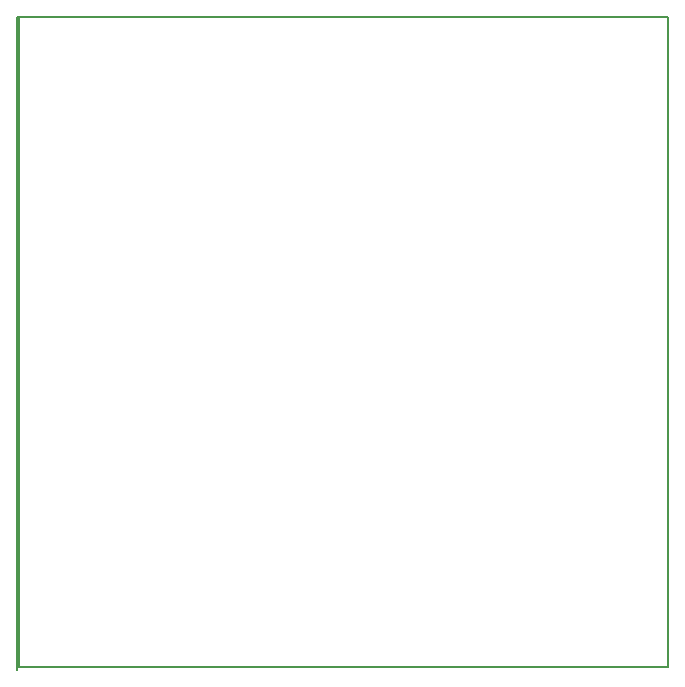
<source format=gbr>
G04 #@! TF.FileFunction,Profile,NP*
%FSLAX46Y46*%
G04 Gerber Fmt 4.6, Leading zero omitted, Abs format (unit mm)*
G04 Created by KiCad (PCBNEW 4.0.6) date 05/08/17 07:18:31*
%MOMM*%
%LPD*%
G01*
G04 APERTURE LIST*
%ADD10C,0.100000*%
%ADD11C,0.150000*%
G04 APERTURE END LIST*
D10*
D11*
X99088100Y-129788900D02*
X99088100Y-74788900D01*
X99072100Y-129642900D02*
X99072100Y-74642900D01*
X99074100Y-129556900D02*
X99074100Y-74556900D01*
X99190100Y-129519900D02*
X154190100Y-129519900D01*
X99190100Y-74519900D02*
X154190100Y-74519900D01*
X99190100Y-129519900D02*
X99190100Y-74519900D01*
X154190100Y-129519900D02*
X154190100Y-74519900D01*
X154081100Y-129519900D02*
X99081100Y-129519900D01*
X154081100Y-74519900D02*
X99081100Y-74519900D01*
X99081100Y-129519900D02*
X99081100Y-74519900D01*
M02*

</source>
